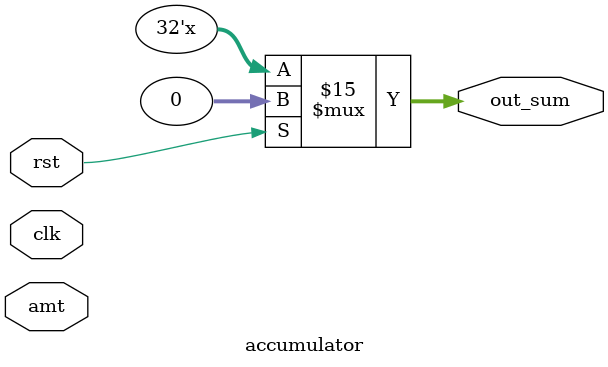
<source format=v>
module accumulator(amt,rst,clk,out_sum);
input [31:0] amt;
input rst,clk;
output reg [31:0] out_sum;

reg [31:0] temp;

always@(clk)
if(rst)
begin
temp=32'b0;out_sum=0;
end
else if(clk==1)
temp=temp+out_sum;
else
out_sum=temp;

endmodule

</source>
